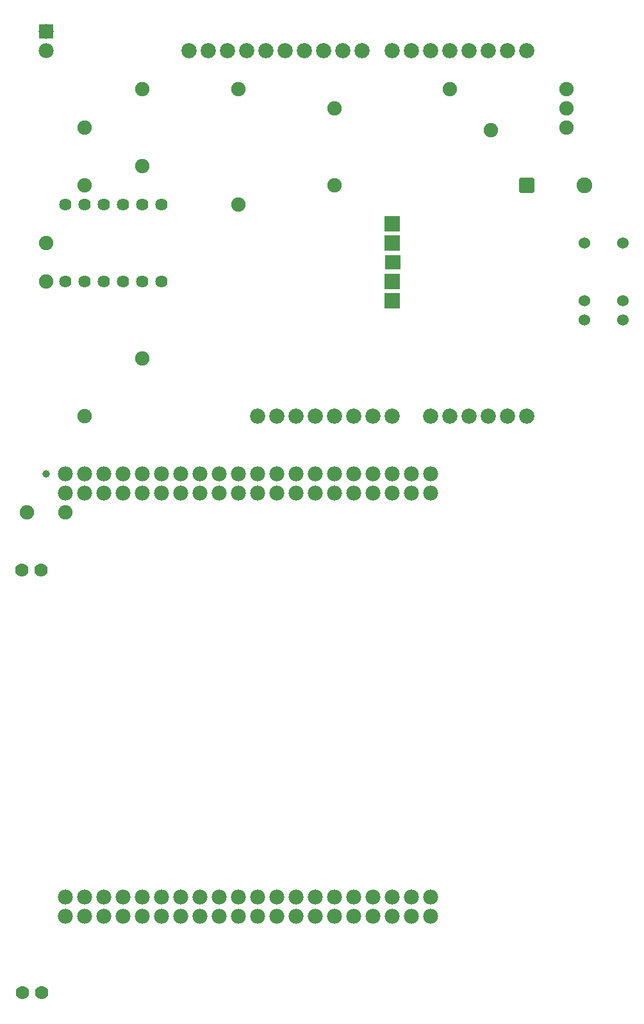
<source format=gbl>
G04 MADE WITH FRITZING*
G04 WWW.FRITZING.ORG*
G04 DOUBLE SIDED*
G04 HOLES PLATED*
G04 CONTOUR ON CENTER OF CONTOUR VECTOR*
%ASAXBY*%
%FSLAX23Y23*%
%MOIN*%
%OFA0B0*%
%SFA1.0B1.0*%
%ADD10C,0.075000*%
%ADD11C,0.039370*%
%ADD12C,0.070000*%
%ADD13C,0.078000*%
%ADD14C,0.079370*%
%ADD15C,0.082000*%
%ADD16C,0.074000*%
%ADD17C,0.060000*%
%ADD18C,0.064000*%
%ADD19R,0.078000X0.078000*%
%ADD20R,0.073028X0.071501*%
%ADD21R,0.071756X0.074809*%
%ADD22R,0.073028X0.069551*%
%ADD23R,0.071501X0.071077*%
%ADD24R,0.071756X0.071756*%
%ADD25R,0.000028X0.000028*%
%ADD26R,0.082469X0.079707*%
%ADD27R,0.080184X0.080286*%
%ADD28R,0.078917X0.078057*%
%ADD29R,0.080000X0.080000*%
%ADD30R,0.080184X0.080012*%
%ADD31C,0.020000*%
%LNCOPPER0*%
G90*
G70*
G54D10*
X212Y5492D03*
X212Y5292D03*
X712Y4892D03*
X412Y4592D03*
X412Y6092D03*
X412Y5792D03*
X2312Y6292D03*
X2524Y6080D03*
X1212Y6292D03*
X1212Y5692D03*
X1712Y6192D03*
X1712Y5792D03*
X712Y6292D03*
X712Y5892D03*
X112Y4092D03*
X312Y4092D03*
G54D11*
X212Y4292D03*
G54D12*
X86Y3793D03*
X186Y3793D03*
X86Y3793D03*
X186Y3793D03*
G54D13*
X2212Y1992D03*
X2112Y1992D03*
X2012Y1992D03*
X1912Y1992D03*
X1812Y1992D03*
X1712Y1992D03*
X1612Y1992D03*
X1512Y1992D03*
X1412Y1992D03*
X1312Y1992D03*
X1212Y1992D03*
X1112Y1992D03*
X1012Y1992D03*
X912Y1992D03*
X812Y1992D03*
X712Y1992D03*
X612Y1992D03*
X512Y1992D03*
X412Y1992D03*
X312Y1992D03*
X2212Y1992D03*
X2112Y1992D03*
X2012Y1992D03*
X1912Y1992D03*
X1812Y1992D03*
X1712Y1992D03*
X1612Y1992D03*
X1512Y1992D03*
X1412Y1992D03*
X1312Y1992D03*
X1212Y1992D03*
X1112Y1992D03*
X1012Y1992D03*
X912Y1992D03*
X812Y1992D03*
X712Y1992D03*
X612Y1992D03*
X512Y1992D03*
X412Y1992D03*
X312Y1992D03*
X312Y2092D03*
X412Y2092D03*
X512Y2092D03*
X612Y2092D03*
X712Y2092D03*
X812Y2092D03*
X912Y2092D03*
X1012Y2092D03*
X1112Y2092D03*
X1212Y2092D03*
X1312Y2092D03*
X1412Y2092D03*
X1512Y2092D03*
X1612Y2092D03*
X1712Y2092D03*
X1812Y2092D03*
X1912Y2092D03*
X2012Y2092D03*
X2112Y2092D03*
X2212Y2092D03*
X2212Y1992D03*
X2112Y1992D03*
X2012Y1992D03*
X1912Y1992D03*
X1812Y1992D03*
X1712Y1992D03*
X1612Y1992D03*
X1512Y1992D03*
X1412Y1992D03*
X1312Y1992D03*
X1212Y1992D03*
X1112Y1992D03*
X1012Y1992D03*
X912Y1992D03*
X812Y1992D03*
X712Y1992D03*
X612Y1992D03*
X512Y1992D03*
X412Y1992D03*
X312Y1992D03*
X2212Y1992D03*
X2112Y1992D03*
X2012Y1992D03*
X1912Y1992D03*
X1812Y1992D03*
X1712Y1992D03*
X1612Y1992D03*
X1512Y1992D03*
X1412Y1992D03*
X1312Y1992D03*
X1212Y1992D03*
X1112Y1992D03*
X1012Y1992D03*
X912Y1992D03*
X812Y1992D03*
X712Y1992D03*
X612Y1992D03*
X512Y1992D03*
X412Y1992D03*
X312Y1992D03*
X312Y2092D03*
X412Y2092D03*
X512Y2092D03*
X612Y2092D03*
X712Y2092D03*
X812Y2092D03*
X912Y2092D03*
X1012Y2092D03*
X1112Y2092D03*
X1212Y2092D03*
X1312Y2092D03*
X1412Y2092D03*
X1512Y2092D03*
X1612Y2092D03*
X1712Y2092D03*
X1812Y2092D03*
X1912Y2092D03*
X2012Y2092D03*
X2112Y2092D03*
X2212Y2092D03*
G54D12*
X88Y1594D03*
X188Y1594D03*
X88Y1594D03*
X188Y1594D03*
G54D14*
X1312Y4592D03*
X1412Y4592D03*
X1512Y4592D03*
X1612Y4592D03*
X1712Y4592D03*
X1812Y4592D03*
X1912Y4592D03*
X2012Y4592D03*
X1312Y4592D03*
X1412Y4592D03*
X1512Y4592D03*
X1612Y4592D03*
X1712Y4592D03*
X1812Y4592D03*
X1912Y4592D03*
X2012Y4592D03*
X2012Y6492D03*
X2112Y6492D03*
X2212Y6492D03*
X2312Y6492D03*
X2412Y6492D03*
X2512Y6492D03*
X2612Y6492D03*
X2712Y6492D03*
X2012Y6492D03*
X2112Y6492D03*
X2212Y6492D03*
X2312Y6492D03*
X2412Y6492D03*
X2512Y6492D03*
X2612Y6492D03*
X2712Y6492D03*
G54D13*
X2212Y4192D03*
X2112Y4192D03*
X2012Y4192D03*
X1912Y4192D03*
X1812Y4192D03*
X1712Y4192D03*
X1612Y4192D03*
X1512Y4192D03*
X1412Y4192D03*
X1312Y4192D03*
X1212Y4192D03*
X1112Y4192D03*
X1012Y4192D03*
X912Y4192D03*
X812Y4192D03*
X712Y4192D03*
X612Y4192D03*
X512Y4192D03*
X412Y4192D03*
X312Y4192D03*
X2212Y4192D03*
X2112Y4192D03*
X2012Y4192D03*
X1912Y4192D03*
X1812Y4192D03*
X1712Y4192D03*
X1612Y4192D03*
X1512Y4192D03*
X1412Y4192D03*
X1312Y4192D03*
X1212Y4192D03*
X1112Y4192D03*
X1012Y4192D03*
X912Y4192D03*
X812Y4192D03*
X712Y4192D03*
X612Y4192D03*
X512Y4192D03*
X412Y4192D03*
X312Y4192D03*
X312Y4292D03*
X412Y4292D03*
X512Y4292D03*
X612Y4292D03*
X712Y4292D03*
X812Y4292D03*
X912Y4292D03*
X1012Y4292D03*
X1112Y4292D03*
X1212Y4292D03*
X1312Y4292D03*
X1412Y4292D03*
X1512Y4292D03*
X1612Y4292D03*
X1712Y4292D03*
X1812Y4292D03*
X1912Y4292D03*
X2012Y4292D03*
X2112Y4292D03*
X2212Y4292D03*
X2212Y4192D03*
X2112Y4192D03*
X2012Y4192D03*
X1912Y4192D03*
X1812Y4192D03*
X1712Y4192D03*
X1612Y4192D03*
X1512Y4192D03*
X1412Y4192D03*
X1312Y4192D03*
X1212Y4192D03*
X1112Y4192D03*
X1012Y4192D03*
X912Y4192D03*
X812Y4192D03*
X712Y4192D03*
X612Y4192D03*
X512Y4192D03*
X412Y4192D03*
X312Y4192D03*
X2212Y4192D03*
X2112Y4192D03*
X2012Y4192D03*
X1912Y4192D03*
X1812Y4192D03*
X1712Y4192D03*
X1612Y4192D03*
X1512Y4192D03*
X1412Y4192D03*
X1312Y4192D03*
X1212Y4192D03*
X1112Y4192D03*
X1012Y4192D03*
X912Y4192D03*
X812Y4192D03*
X712Y4192D03*
X612Y4192D03*
X512Y4192D03*
X412Y4192D03*
X312Y4192D03*
X312Y4292D03*
X412Y4292D03*
X512Y4292D03*
X612Y4292D03*
X712Y4292D03*
X812Y4292D03*
X912Y4292D03*
X1012Y4292D03*
X1112Y4292D03*
X1212Y4292D03*
X1312Y4292D03*
X1412Y4292D03*
X1512Y4292D03*
X1612Y4292D03*
X1712Y4292D03*
X1812Y4292D03*
X1912Y4292D03*
X2012Y4292D03*
X2112Y4292D03*
X2212Y4292D03*
G54D14*
X2212Y4592D03*
X2312Y4592D03*
X2412Y4592D03*
X2512Y4592D03*
X2612Y4592D03*
X2712Y4592D03*
X2212Y4592D03*
X2312Y4592D03*
X2412Y4592D03*
X2512Y4592D03*
X2612Y4592D03*
X2712Y4592D03*
X954Y6492D03*
X1054Y6492D03*
X1154Y6492D03*
X1254Y6492D03*
X1354Y6492D03*
X1454Y6492D03*
X1554Y6492D03*
X1654Y6492D03*
X1754Y6492D03*
X1854Y6492D03*
X954Y6492D03*
X1054Y6492D03*
X1154Y6492D03*
X1254Y6492D03*
X1354Y6492D03*
X1454Y6492D03*
X1554Y6492D03*
X1654Y6492D03*
X1754Y6492D03*
X1854Y6492D03*
G54D13*
X212Y6592D03*
X212Y6492D03*
X212Y6592D03*
X212Y6492D03*
G54D10*
X2919Y6092D03*
X2919Y6192D03*
X2919Y6292D03*
X2919Y6092D03*
X2919Y6192D03*
X2919Y6292D03*
G54D15*
X2712Y5792D03*
X3010Y5792D03*
X2712Y5792D03*
X3010Y5792D03*
G54D16*
X2013Y5592D03*
X2013Y5492D03*
X2013Y5392D03*
X2013Y5292D03*
X2013Y5192D03*
X2013Y5592D03*
X2013Y5492D03*
X2013Y5392D03*
X2013Y5292D03*
X2013Y5192D03*
G54D17*
X3212Y5492D03*
X3212Y5192D03*
X3212Y5092D03*
X3012Y5092D03*
X3012Y5492D03*
X3012Y5192D03*
X3212Y5492D03*
X3212Y5192D03*
X3212Y5092D03*
X3012Y5092D03*
X3012Y5492D03*
X3012Y5192D03*
X3212Y5492D03*
X3212Y5192D03*
X3212Y5092D03*
X3012Y5092D03*
X3012Y5492D03*
X3012Y5192D03*
G54D18*
X412Y5292D03*
X512Y5292D03*
X612Y5292D03*
X712Y5292D03*
X812Y5292D03*
X812Y5692D03*
X712Y5692D03*
X612Y5692D03*
X512Y5692D03*
X412Y5692D03*
X312Y5692D03*
X312Y5292D03*
X412Y5292D03*
X512Y5292D03*
X612Y5292D03*
X712Y5292D03*
X812Y5292D03*
X812Y5692D03*
X712Y5692D03*
X612Y5692D03*
X512Y5692D03*
X412Y5692D03*
X312Y5692D03*
X312Y5292D03*
G54D19*
X212Y6592D03*
X212Y6592D03*
G54D20*
X2012Y5193D03*
G54D21*
X2013Y5291D03*
G54D22*
X2013Y5392D03*
G54D23*
X2013Y5593D03*
G54D24*
X2013Y5492D03*
G54D25*
X2013Y5592D03*
X2013Y5492D03*
G54D23*
X2013Y5492D03*
G54D24*
X2013Y5592D03*
G54D25*
X2013Y5592D03*
X2013Y5492D03*
G54D23*
X2013Y5492D03*
G54D24*
X2013Y5592D03*
G54D25*
X2013Y5592D03*
X2013Y5492D03*
G54D23*
X2013Y5492D03*
G54D24*
X2013Y5592D03*
G54D26*
X2012Y5192D03*
G54D27*
X2012Y5292D03*
G54D28*
X2013Y5392D03*
G54D29*
X2012Y5492D03*
G54D30*
X2012Y5592D03*
G54D20*
X2012Y5193D03*
G54D21*
X2013Y5291D03*
G54D22*
X2013Y5392D03*
G54D23*
X2013Y5593D03*
G54D24*
X2013Y5492D03*
G54D25*
X2013Y5592D03*
X2013Y5492D03*
G54D23*
X2013Y5492D03*
G54D24*
X2013Y5592D03*
G54D25*
X2013Y5592D03*
X2013Y5492D03*
G54D23*
X2013Y5492D03*
G54D24*
X2013Y5592D03*
G54D25*
X2013Y5592D03*
X2013Y5492D03*
G54D23*
X2013Y5492D03*
G54D24*
X2013Y5592D03*
G54D26*
X2012Y5192D03*
G54D27*
X2012Y5292D03*
G54D28*
X2013Y5392D03*
G54D29*
X2012Y5492D03*
G54D30*
X2012Y5592D03*
G54D20*
X2012Y5193D03*
G54D21*
X2013Y5291D03*
G54D22*
X2013Y5392D03*
G54D23*
X2013Y5593D03*
G54D24*
X2013Y5492D03*
G54D25*
X2013Y5592D03*
X2013Y5492D03*
G54D23*
X2013Y5492D03*
G54D24*
X2013Y5592D03*
G54D25*
X2013Y5592D03*
X2013Y5492D03*
G54D23*
X2013Y5492D03*
G54D24*
X2013Y5592D03*
G54D25*
X2013Y5592D03*
X2013Y5492D03*
G54D23*
X2013Y5492D03*
G54D24*
X2013Y5592D03*
G54D26*
X2012Y5192D03*
G54D27*
X2012Y5292D03*
G54D28*
X2013Y5392D03*
G54D29*
X2012Y5492D03*
G54D30*
X2012Y5592D03*
G54D31*
X2680Y5761D02*
X2680Y5823D01*
X2742Y5823D01*
X2742Y5761D01*
X2680Y5761D01*
D02*
X2680Y5761D02*
X2680Y5823D01*
X2742Y5823D01*
X2742Y5761D01*
X2680Y5761D01*
D02*
G04 End of Copper0*
M02*
</source>
